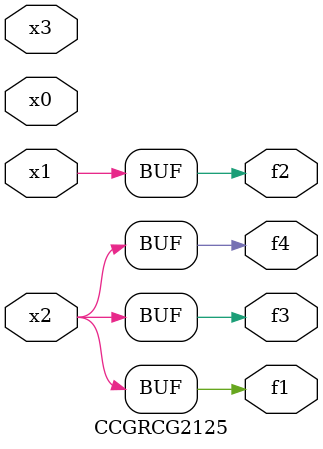
<source format=v>
module CCGRCG2125(
	input x0, x1, x2, x3,
	output f1, f2, f3, f4
);
	assign f1 = x2;
	assign f2 = x1;
	assign f3 = x2;
	assign f4 = x2;
endmodule

</source>
